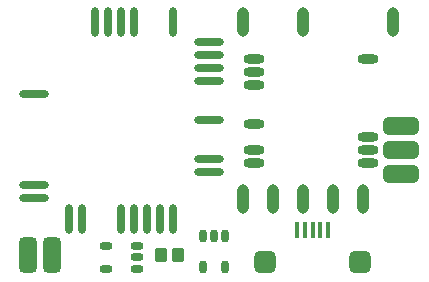
<source format=gtp>
%FSLAX44Y44*%
%MOMM*%
G71*
G01*
G75*
G04 Layer_Color=8421504*
G04:AMPARAMS|DCode=10|XSize=1mm|YSize=1.2mm|CornerRadius=0.165mm|HoleSize=0mm|Usage=FLASHONLY|Rotation=180.000|XOffset=0mm|YOffset=0mm|HoleType=Round|Shape=RoundedRectangle|*
%AMROUNDEDRECTD10*
21,1,1.0000,0.8700,0,0,180.0*
21,1,0.6700,1.2000,0,0,180.0*
1,1,0.3300,-0.3350,0.4350*
1,1,0.3300,0.3350,0.4350*
1,1,0.3300,0.3350,-0.4350*
1,1,0.3300,-0.3350,-0.4350*
%
%ADD10ROUNDEDRECTD10*%
G04:AMPARAMS|DCode=11|XSize=1.5mm|YSize=3mm|CornerRadius=0.375mm|HoleSize=0mm|Usage=FLASHONLY|Rotation=180.000|XOffset=0mm|YOffset=0mm|HoleType=Round|Shape=RoundedRectangle|*
%AMROUNDEDRECTD11*
21,1,1.5000,2.2500,0,0,180.0*
21,1,0.7500,3.0000,0,0,180.0*
1,1,0.7500,-0.3750,1.1250*
1,1,0.7500,0.3750,1.1250*
1,1,0.7500,0.3750,-1.1250*
1,1,0.7500,-0.3750,-1.1250*
%
%ADD11ROUNDEDRECTD11*%
%ADD12R,0.4000X1.4000*%
G04:AMPARAMS|DCode=13|XSize=1.8mm|YSize=1.9mm|CornerRadius=0.45mm|HoleSize=0mm|Usage=FLASHONLY|Rotation=0.000|XOffset=0mm|YOffset=0mm|HoleType=Round|Shape=RoundedRectangle|*
%AMROUNDEDRECTD13*
21,1,1.8000,1.0000,0,0,0.0*
21,1,0.9000,1.9000,0,0,0.0*
1,1,0.9000,0.4500,-0.5000*
1,1,0.9000,-0.4500,-0.5000*
1,1,0.9000,-0.4500,0.5000*
1,1,0.9000,0.4500,0.5000*
%
%ADD13ROUNDEDRECTD13*%
G04:AMPARAMS|DCode=14|XSize=1.1mm|YSize=0.6mm|CornerRadius=0.201mm|HoleSize=0mm|Usage=FLASHONLY|Rotation=270.000|XOffset=0mm|YOffset=0mm|HoleType=Round|Shape=RoundedRectangle|*
%AMROUNDEDRECTD14*
21,1,1.1000,0.1980,0,0,270.0*
21,1,0.6980,0.6000,0,0,270.0*
1,1,0.4020,-0.0990,-0.3490*
1,1,0.4020,-0.0990,0.3490*
1,1,0.4020,0.0990,0.3490*
1,1,0.4020,0.0990,-0.3490*
%
%ADD14ROUNDEDRECTD14*%
G04:AMPARAMS|DCode=15|XSize=1.1mm|YSize=0.6mm|CornerRadius=0.201mm|HoleSize=0mm|Usage=FLASHONLY|Rotation=180.000|XOffset=0mm|YOffset=0mm|HoleType=Round|Shape=RoundedRectangle|*
%AMROUNDEDRECTD15*
21,1,1.1000,0.1980,0,0,180.0*
21,1,0.6980,0.6000,0,0,180.0*
1,1,0.4020,-0.3490,0.0990*
1,1,0.4020,0.3490,0.0990*
1,1,0.4020,0.3490,-0.0990*
1,1,0.4020,-0.3490,-0.0990*
%
%ADD15ROUNDEDRECTD15*%
%ADD16O,1.8000X0.8000*%
%ADD17O,1.0000X2.5000*%
G04:AMPARAMS|DCode=18|XSize=1.5mm|YSize=3mm|CornerRadius=0.375mm|HoleSize=0mm|Usage=FLASHONLY|Rotation=270.000|XOffset=0mm|YOffset=0mm|HoleType=Round|Shape=RoundedRectangle|*
%AMROUNDEDRECTD18*
21,1,1.5000,2.2500,0,0,270.0*
21,1,0.7500,3.0000,0,0,270.0*
1,1,0.7500,-1.1250,-0.3750*
1,1,0.7500,-1.1250,0.3750*
1,1,0.7500,1.1250,0.3750*
1,1,0.7500,1.1250,-0.3750*
%
%ADD18ROUNDEDRECTD18*%
%ADD19O,2.5000X0.7000*%
%ADD20O,0.7000X2.5000*%
%ADD21C,0.4000*%
%ADD22C,0.2500*%
%ADD23C,0.2000*%
%ADD24C,0.3500*%
%ADD25C,0.7000*%
%ADD26C,1.0000*%
%ADD27C,0.8000*%
%ADD28C,0.7000*%
%ADD29C,2.0000*%
%ADD30R,1.3000X1.3000*%
%ADD31C,1.3000*%
%ADD32C,1.8500*%
G04:AMPARAMS|DCode=33|XSize=1mm|YSize=0.95mm|CornerRadius=0.1995mm|HoleSize=0mm|Usage=FLASHONLY|Rotation=90.000|XOffset=0mm|YOffset=0mm|HoleType=Round|Shape=RoundedRectangle|*
%AMROUNDEDRECTD33*
21,1,1.0000,0.5510,0,0,90.0*
21,1,0.6010,0.9500,0,0,90.0*
1,1,0.3990,0.2755,0.3005*
1,1,0.3990,0.2755,-0.3005*
1,1,0.3990,-0.2755,-0.3005*
1,1,0.3990,-0.2755,0.3005*
%
%ADD33ROUNDEDRECTD33*%
G04:AMPARAMS|DCode=34|XSize=1mm|YSize=0.95mm|CornerRadius=0.1995mm|HoleSize=0mm|Usage=FLASHONLY|Rotation=180.000|XOffset=0mm|YOffset=0mm|HoleType=Round|Shape=RoundedRectangle|*
%AMROUNDEDRECTD34*
21,1,1.0000,0.5510,0,0,180.0*
21,1,0.6010,0.9500,0,0,180.0*
1,1,0.3990,-0.3005,0.2755*
1,1,0.3990,0.3005,0.2755*
1,1,0.3990,0.3005,-0.2755*
1,1,0.3990,-0.3005,-0.2755*
%
%ADD34ROUNDEDRECTD34*%
G04:AMPARAMS|DCode=35|XSize=1mm|YSize=0.9mm|CornerRadius=0.198mm|HoleSize=0mm|Usage=FLASHONLY|Rotation=0.000|XOffset=0mm|YOffset=0mm|HoleType=Round|Shape=RoundedRectangle|*
%AMROUNDEDRECTD35*
21,1,1.0000,0.5040,0,0,0.0*
21,1,0.6040,0.9000,0,0,0.0*
1,1,0.3960,0.3020,-0.2520*
1,1,0.3960,-0.3020,-0.2520*
1,1,0.3960,-0.3020,0.2520*
1,1,0.3960,0.3020,0.2520*
%
%ADD35ROUNDEDRECTD35*%
%ADD36R,4.0000X4.0000*%
%ADD37O,0.4000X1.1000*%
%ADD38O,1.1000X0.4000*%
G04:AMPARAMS|DCode=39|XSize=0.375mm|YSize=1.5mm|CornerRadius=0.0825mm|HoleSize=0mm|Usage=FLASHONLY|Rotation=0.000|XOffset=0mm|YOffset=0mm|HoleType=Round|Shape=RoundedRectangle|*
%AMROUNDEDRECTD39*
21,1,0.3750,1.3350,0,0,0.0*
21,1,0.2100,1.5000,0,0,0.0*
1,1,0.1650,0.1050,-0.6675*
1,1,0.1650,-0.1050,-0.6675*
1,1,0.1650,-0.1050,0.6675*
1,1,0.1650,0.1050,0.6675*
%
%ADD39ROUNDEDRECTD39*%
G04:AMPARAMS|DCode=40|XSize=0.375mm|YSize=1.25mm|CornerRadius=0.0825mm|HoleSize=0mm|Usage=FLASHONLY|Rotation=0.000|XOffset=0mm|YOffset=0mm|HoleType=Round|Shape=RoundedRectangle|*
%AMROUNDEDRECTD40*
21,1,0.3750,1.0850,0,0,0.0*
21,1,0.2100,1.2500,0,0,0.0*
1,1,0.1650,0.1050,-0.5425*
1,1,0.1650,-0.1050,-0.5425*
1,1,0.1650,-0.1050,0.5425*
1,1,0.1650,0.1050,0.5425*
%
%ADD40ROUNDEDRECTD40*%
G04:AMPARAMS|DCode=41|XSize=0.375mm|YSize=1.6mm|CornerRadius=0.0825mm|HoleSize=0mm|Usage=FLASHONLY|Rotation=0.000|XOffset=0mm|YOffset=0mm|HoleType=Round|Shape=RoundedRectangle|*
%AMROUNDEDRECTD41*
21,1,0.3750,1.4350,0,0,0.0*
21,1,0.2100,1.6000,0,0,0.0*
1,1,0.1650,0.1050,-0.7175*
1,1,0.1650,-0.1050,-0.7175*
1,1,0.1650,-0.1050,0.7175*
1,1,0.1650,0.1050,0.7175*
%
%ADD41ROUNDEDRECTD41*%
G04:AMPARAMS|DCode=42|XSize=1.1mm|YSize=0.9mm|CornerRadius=0.3015mm|HoleSize=0mm|Usage=FLASHONLY|Rotation=270.000|XOffset=0mm|YOffset=0mm|HoleType=Round|Shape=RoundedRectangle|*
%AMROUNDEDRECTD42*
21,1,1.1000,0.2970,0,0,270.0*
21,1,0.4970,0.9000,0,0,270.0*
1,1,0.6030,-0.1485,-0.2485*
1,1,0.6030,-0.1485,0.2485*
1,1,0.6030,0.1485,0.2485*
1,1,0.6030,0.1485,-0.2485*
%
%ADD42ROUNDEDRECTD42*%
G04:AMPARAMS|DCode=43|XSize=1mm|YSize=0.4mm|CornerRadius=0.1mm|HoleSize=0mm|Usage=FLASHONLY|Rotation=270.000|XOffset=0mm|YOffset=0mm|HoleType=Round|Shape=RoundedRectangle|*
%AMROUNDEDRECTD43*
21,1,1.0000,0.2000,0,0,270.0*
21,1,0.8000,0.4000,0,0,270.0*
1,1,0.2000,-0.1000,-0.4000*
1,1,0.2000,-0.1000,0.4000*
1,1,0.2000,0.1000,0.4000*
1,1,0.2000,0.1000,-0.4000*
%
%ADD43ROUNDEDRECTD43*%
G04:AMPARAMS|DCode=44|XSize=0.75mm|YSize=1.1mm|CornerRadius=0.165mm|HoleSize=0mm|Usage=FLASHONLY|Rotation=0.000|XOffset=0mm|YOffset=0mm|HoleType=Round|Shape=RoundedRectangle|*
%AMROUNDEDRECTD44*
21,1,0.7500,0.7700,0,0,0.0*
21,1,0.4200,1.1000,0,0,0.0*
1,1,0.3300,0.2100,-0.3850*
1,1,0.3300,-0.2100,-0.3850*
1,1,0.3300,-0.2100,0.3850*
1,1,0.3300,0.2100,0.3850*
%
%ADD44ROUNDEDRECTD44*%
G04:AMPARAMS|DCode=45|XSize=1mm|YSize=1.1mm|CornerRadius=0.165mm|HoleSize=0mm|Usage=FLASHONLY|Rotation=0.000|XOffset=0mm|YOffset=0mm|HoleType=Round|Shape=RoundedRectangle|*
%AMROUNDEDRECTD45*
21,1,1.0000,0.7700,0,0,0.0*
21,1,0.6700,1.1000,0,0,0.0*
1,1,0.3300,0.3350,-0.3850*
1,1,0.3300,-0.3350,-0.3850*
1,1,0.3300,-0.3350,0.3850*
1,1,0.3300,0.3350,0.3850*
%
%ADD45ROUNDEDRECTD45*%
G04:AMPARAMS|DCode=46|XSize=1.1mm|YSize=0.75mm|CornerRadius=0.2512mm|HoleSize=0mm|Usage=FLASHONLY|Rotation=270.000|XOffset=0mm|YOffset=0mm|HoleType=Round|Shape=RoundedRectangle|*
%AMROUNDEDRECTD46*
21,1,1.1000,0.2475,0,0,270.0*
21,1,0.5975,0.7500,0,0,270.0*
1,1,0.5025,-0.1238,-0.2988*
1,1,0.5025,-0.1238,0.2988*
1,1,0.5025,0.1238,0.2988*
1,1,0.5025,0.1238,-0.2988*
%
%ADD46ROUNDEDRECTD46*%
%ADD47C,0.9000*%
%ADD48C,0.5000*%
%ADD49C,0.2540*%
%ADD50C,0.1000*%
D10*
X139500Y20000D02*
D03*
X124500D02*
D03*
D11*
X32500D02*
D03*
X12500D02*
D03*
D12*
X253000Y41000D02*
D03*
X246500D02*
D03*
X259500D02*
D03*
X240000D02*
D03*
X266000D02*
D03*
D13*
X213000Y14500D02*
D03*
X293000D02*
D03*
D14*
X179250Y36250D02*
D03*
X169750D02*
D03*
X160250D02*
D03*
Y10250D02*
D03*
X179250D02*
D03*
D15*
X104250Y8500D02*
D03*
Y18000D02*
D03*
Y27500D02*
D03*
X78250D02*
D03*
Y8500D02*
D03*
D16*
X300250Y185999D02*
D03*
Y119999D02*
D03*
Y108999D02*
D03*
Y97999D02*
D03*
X203250D02*
D03*
Y108999D02*
D03*
Y130999D02*
D03*
Y163999D02*
D03*
Y174999D02*
D03*
Y185999D02*
D03*
D17*
X194250Y67750D02*
D03*
X219650D02*
D03*
X245050D02*
D03*
X270450D02*
D03*
X295850D02*
D03*
X321250Y217750D02*
D03*
X245050D02*
D03*
X194250D02*
D03*
D18*
X327500Y109000D02*
D03*
Y129000D02*
D03*
Y89000D02*
D03*
D19*
X165000Y200000D02*
D03*
Y189000D02*
D03*
Y178000D02*
D03*
Y167000D02*
D03*
Y134000D02*
D03*
Y101000D02*
D03*
Y90000D02*
D03*
X17000Y68000D02*
D03*
Y79000D02*
D03*
Y156000D02*
D03*
D20*
X135000Y217500D02*
D03*
X102000D02*
D03*
X91000Y217500D02*
D03*
X69000Y217500D02*
D03*
X47000Y50500D02*
D03*
X58000D02*
D03*
X91000D02*
D03*
X102000D02*
D03*
X113000D02*
D03*
X124000D02*
D03*
X135000D02*
D03*
X80000Y217500D02*
D03*
M02*

</source>
